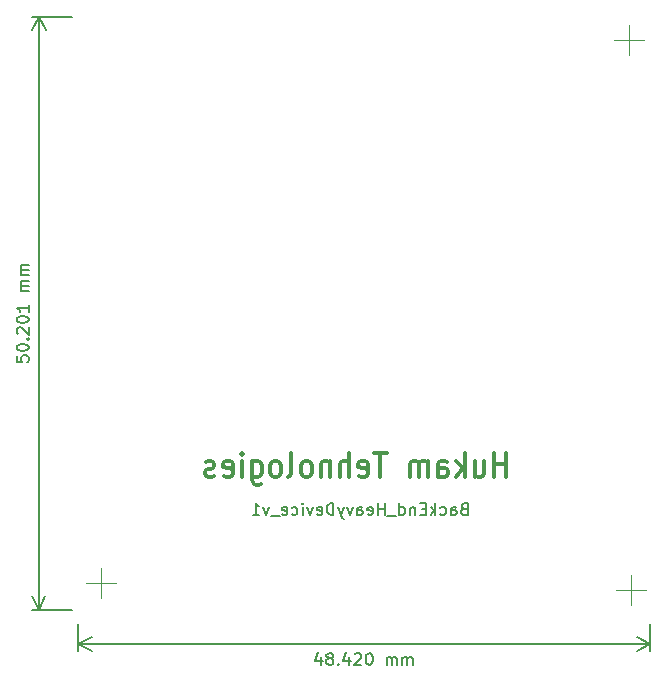
<source format=gbr>
G04 #@! TF.GenerationSoftware,KiCad,Pcbnew,5.1.6-c6e7f7d~87~ubuntu18.04.1*
G04 #@! TF.CreationDate,2020-10-10T14:26:16+05:30*
G04 #@! TF.ProjectId,BackEnd_HeavyDevice_v1,4261636b-456e-4645-9f48-656176794465,rev?*
G04 #@! TF.SameCoordinates,Original*
G04 #@! TF.FileFunction,OtherDrawing,Comment*
%FSLAX46Y46*%
G04 Gerber Fmt 4.6, Leading zero omitted, Abs format (unit mm)*
G04 Created by KiCad (PCBNEW 5.1.6-c6e7f7d~87~ubuntu18.04.1) date 2020-10-10 14:26:16*
%MOMM*%
%LPD*%
G01*
G04 APERTURE LIST*
%ADD10C,0.150000*%
%ADD11C,0.200000*%
%ADD12C,0.300000*%
%ADD13C,0.050000*%
G04 APERTURE END LIST*
D10*
X101065891Y-115319435D02*
X101065770Y-115795626D01*
X101541949Y-115843365D01*
X101494342Y-115795734D01*
X101446747Y-115700484D01*
X101446807Y-115462389D01*
X101494450Y-115367163D01*
X101542081Y-115319556D01*
X101637332Y-115271961D01*
X101875427Y-115272021D01*
X101970653Y-115319664D01*
X102018260Y-115367295D01*
X102065855Y-115462546D01*
X102065794Y-115700641D01*
X102018151Y-115795867D01*
X101970520Y-115843474D01*
X101066060Y-114652769D02*
X101066084Y-114557531D01*
X101113727Y-114462305D01*
X101161358Y-114414698D01*
X101256608Y-114367103D01*
X101447096Y-114319532D01*
X101685191Y-114319592D01*
X101875656Y-114367259D01*
X101970882Y-114414902D01*
X102018489Y-114462534D01*
X102066084Y-114557784D01*
X102066060Y-114653022D01*
X102018416Y-114748248D01*
X101970785Y-114795855D01*
X101875535Y-114843450D01*
X101685047Y-114891021D01*
X101446952Y-114890960D01*
X101256488Y-114843293D01*
X101161262Y-114795650D01*
X101113655Y-114748019D01*
X101066060Y-114652769D01*
X101971014Y-113891093D02*
X102018645Y-113843486D01*
X102066252Y-113891117D01*
X102018621Y-113938724D01*
X101971014Y-113891093D01*
X102066252Y-113891117D01*
X101161599Y-113462317D02*
X101113992Y-113414686D01*
X101066397Y-113319436D01*
X101066457Y-113081340D01*
X101114100Y-112986114D01*
X101161731Y-112938507D01*
X101256981Y-112890912D01*
X101352220Y-112890936D01*
X101495065Y-112938592D01*
X102066349Y-113510165D01*
X102066505Y-112891117D01*
X101066662Y-112271817D02*
X101066686Y-112176578D01*
X101114329Y-112081352D01*
X101161960Y-112033745D01*
X101257210Y-111986150D01*
X101447699Y-111938580D01*
X101685794Y-111938640D01*
X101876258Y-111986307D01*
X101971484Y-112033950D01*
X102019091Y-112081581D01*
X102066686Y-112176831D01*
X102066662Y-112272069D01*
X102019019Y-112367296D01*
X101971388Y-112414903D01*
X101876138Y-112462497D01*
X101685649Y-112510068D01*
X101447554Y-112510008D01*
X101257090Y-112462341D01*
X101161864Y-112414698D01*
X101114257Y-112367067D01*
X101066662Y-112271817D01*
X102066987Y-110986355D02*
X102066843Y-111557784D01*
X102066915Y-111272070D02*
X101066915Y-111271817D01*
X101209748Y-111367091D01*
X101304962Y-111462353D01*
X101352557Y-111557603D01*
X102067288Y-109795879D02*
X101400622Y-109795710D01*
X101495860Y-109795735D02*
X101448253Y-109748103D01*
X101400658Y-109652853D01*
X101400694Y-109509996D01*
X101448337Y-109414770D01*
X101543587Y-109367175D01*
X102067397Y-109367308D01*
X101543587Y-109367175D02*
X101448361Y-109319532D01*
X101400766Y-109224282D01*
X101400802Y-109081425D01*
X101448446Y-108986199D01*
X101543696Y-108938604D01*
X102067505Y-108938736D01*
X102067626Y-108462546D02*
X101400959Y-108462377D01*
X101496197Y-108462401D02*
X101448590Y-108414770D01*
X101400995Y-108319520D01*
X101401031Y-108176663D01*
X101448674Y-108081437D01*
X101543925Y-108033842D01*
X102067734Y-108033974D01*
X101543925Y-108033842D02*
X101448698Y-107986199D01*
X101401104Y-107890949D01*
X101401140Y-107748091D01*
X101448783Y-107652865D01*
X101544033Y-107605270D01*
X102067842Y-107605403D01*
X102908076Y-136801136D02*
X102920776Y-86600576D01*
X105768140Y-136801860D02*
X102321655Y-136800988D01*
X105780840Y-86601300D02*
X102334355Y-86600428D01*
X102920776Y-86600576D02*
X103506912Y-87727228D01*
X102920776Y-86600576D02*
X102334070Y-87726931D01*
X102908076Y-136801136D02*
X103494782Y-135674781D01*
X102908076Y-136801136D02*
X102321940Y-135674484D01*
X126810099Y-140803672D02*
X126809680Y-141470338D01*
X126572244Y-140422570D02*
X126333699Y-141136705D01*
X126952747Y-141137095D01*
X127476706Y-140899329D02*
X127381498Y-140851650D01*
X127333909Y-140804001D01*
X127286350Y-140708733D01*
X127286380Y-140661114D01*
X127334059Y-140565906D01*
X127381708Y-140518317D01*
X127476976Y-140470758D01*
X127667452Y-140470878D01*
X127762660Y-140518557D01*
X127810249Y-140566206D01*
X127857808Y-140661474D01*
X127857778Y-140709093D01*
X127810099Y-140804301D01*
X127762450Y-140851890D01*
X127667182Y-140899449D01*
X127476706Y-140899329D01*
X127381438Y-140946889D01*
X127333789Y-140994478D01*
X127286110Y-141089686D01*
X127285990Y-141280162D01*
X127333549Y-141375430D01*
X127381138Y-141423079D01*
X127476346Y-141470758D01*
X127666822Y-141470878D01*
X127762091Y-141423319D01*
X127809740Y-141375730D01*
X127857419Y-141280522D01*
X127857538Y-141090045D01*
X127809979Y-140994777D01*
X127762390Y-140947128D01*
X127667182Y-140899449D01*
X128285930Y-141376029D02*
X128333519Y-141423678D01*
X128285870Y-141471267D01*
X128238281Y-141423618D01*
X128285930Y-141376029D01*
X128285870Y-141471267D01*
X129191051Y-140805170D02*
X129190632Y-141471837D01*
X128953196Y-140424068D02*
X128714651Y-141138204D01*
X129333699Y-141138594D01*
X129667392Y-140567375D02*
X129715041Y-140519786D01*
X129810309Y-140472227D01*
X130048404Y-140472377D01*
X130143612Y-140520056D01*
X130191201Y-140567705D01*
X130238760Y-140662973D01*
X130238700Y-140758211D01*
X130190991Y-140901038D01*
X129619203Y-141472107D01*
X130238251Y-141472496D01*
X130857928Y-140472886D02*
X130953166Y-140472946D01*
X131048374Y-140520625D01*
X131095963Y-140568274D01*
X131143522Y-140663542D01*
X131191021Y-140854049D01*
X131190871Y-141092144D01*
X131143132Y-141282590D01*
X131095453Y-141377798D01*
X131047804Y-141425387D01*
X130952536Y-141472946D01*
X130857298Y-141472886D01*
X130762090Y-141425207D01*
X130714501Y-141377558D01*
X130666942Y-141282290D01*
X130619443Y-141091784D01*
X130619593Y-140853689D01*
X130667331Y-140663243D01*
X130715010Y-140568035D01*
X130762659Y-140520445D01*
X130857928Y-140472886D01*
X132381107Y-141473845D02*
X132381527Y-140807179D01*
X132381467Y-140902417D02*
X132429116Y-140854828D01*
X132524384Y-140807269D01*
X132667241Y-140807359D01*
X132762449Y-140855038D01*
X132810008Y-140950306D01*
X132809679Y-141474115D01*
X132810008Y-140950306D02*
X132857687Y-140855098D01*
X132952955Y-140807539D01*
X133095812Y-140807628D01*
X133191021Y-140855307D01*
X133238580Y-140950576D01*
X133238250Y-141474385D01*
X133714440Y-141474685D02*
X133714860Y-140808018D01*
X133714800Y-140903256D02*
X133762449Y-140855667D01*
X133857717Y-140808108D01*
X134000574Y-140808198D01*
X134095782Y-140855877D01*
X134143341Y-140951145D01*
X134143012Y-141474954D01*
X134143341Y-140951145D02*
X134191020Y-140855937D01*
X134286288Y-140808378D01*
X134429146Y-140808468D01*
X134524354Y-140856147D01*
X134571913Y-140951415D01*
X134571583Y-141475224D01*
X106267439Y-139705026D02*
X154687459Y-139735506D01*
X106268520Y-137988040D02*
X106267070Y-140291446D01*
X154688540Y-138018520D02*
X154687090Y-140321926D01*
X154687459Y-139735506D02*
X153560586Y-140321217D01*
X154687459Y-139735506D02*
X153561325Y-139148376D01*
X106267439Y-139705026D02*
X107393573Y-140292156D01*
X106267439Y-139705026D02*
X107394312Y-139119315D01*
D11*
X138929284Y-128254451D02*
X138786427Y-128302070D01*
X138738808Y-128349689D01*
X138691189Y-128444927D01*
X138691189Y-128587784D01*
X138738808Y-128683022D01*
X138786427Y-128730641D01*
X138881665Y-128778260D01*
X139262618Y-128778260D01*
X139262618Y-127778260D01*
X138929284Y-127778260D01*
X138834046Y-127825880D01*
X138786427Y-127873499D01*
X138738808Y-127968737D01*
X138738808Y-128063975D01*
X138786427Y-128159213D01*
X138834046Y-128206832D01*
X138929284Y-128254451D01*
X139262618Y-128254451D01*
X137834046Y-128778260D02*
X137834046Y-128254451D01*
X137881665Y-128159213D01*
X137976903Y-128111594D01*
X138167380Y-128111594D01*
X138262618Y-128159213D01*
X137834046Y-128730641D02*
X137929284Y-128778260D01*
X138167380Y-128778260D01*
X138262618Y-128730641D01*
X138310237Y-128635403D01*
X138310237Y-128540165D01*
X138262618Y-128444927D01*
X138167380Y-128397308D01*
X137929284Y-128397308D01*
X137834046Y-128349689D01*
X136929284Y-128730641D02*
X137024522Y-128778260D01*
X137214999Y-128778260D01*
X137310237Y-128730641D01*
X137357856Y-128683022D01*
X137405475Y-128587784D01*
X137405475Y-128302070D01*
X137357856Y-128206832D01*
X137310237Y-128159213D01*
X137214999Y-128111594D01*
X137024522Y-128111594D01*
X136929284Y-128159213D01*
X136500713Y-128778260D02*
X136500713Y-127778260D01*
X136405475Y-128397308D02*
X136119760Y-128778260D01*
X136119760Y-128111594D02*
X136500713Y-128492546D01*
X135691189Y-128254451D02*
X135357856Y-128254451D01*
X135214999Y-128778260D02*
X135691189Y-128778260D01*
X135691189Y-127778260D01*
X135214999Y-127778260D01*
X134786427Y-128111594D02*
X134786427Y-128778260D01*
X134786427Y-128206832D02*
X134738808Y-128159213D01*
X134643570Y-128111594D01*
X134500713Y-128111594D01*
X134405475Y-128159213D01*
X134357856Y-128254451D01*
X134357856Y-128778260D01*
X133453094Y-128778260D02*
X133453094Y-127778260D01*
X133453094Y-128730641D02*
X133548332Y-128778260D01*
X133738808Y-128778260D01*
X133834046Y-128730641D01*
X133881665Y-128683022D01*
X133929284Y-128587784D01*
X133929284Y-128302070D01*
X133881665Y-128206832D01*
X133834046Y-128159213D01*
X133738808Y-128111594D01*
X133548332Y-128111594D01*
X133453094Y-128159213D01*
X133214999Y-128873499D02*
X132453094Y-128873499D01*
X132214999Y-128778260D02*
X132214999Y-127778260D01*
X132214999Y-128254451D02*
X131643570Y-128254451D01*
X131643570Y-128778260D02*
X131643570Y-127778260D01*
X130786427Y-128730641D02*
X130881665Y-128778260D01*
X131072141Y-128778260D01*
X131167380Y-128730641D01*
X131214999Y-128635403D01*
X131214999Y-128254451D01*
X131167380Y-128159213D01*
X131072141Y-128111594D01*
X130881665Y-128111594D01*
X130786427Y-128159213D01*
X130738808Y-128254451D01*
X130738808Y-128349689D01*
X131214999Y-128444927D01*
X129881665Y-128778260D02*
X129881665Y-128254451D01*
X129929284Y-128159213D01*
X130024522Y-128111594D01*
X130214999Y-128111594D01*
X130310237Y-128159213D01*
X129881665Y-128730641D02*
X129976903Y-128778260D01*
X130214999Y-128778260D01*
X130310237Y-128730641D01*
X130357856Y-128635403D01*
X130357856Y-128540165D01*
X130310237Y-128444927D01*
X130214999Y-128397308D01*
X129976903Y-128397308D01*
X129881665Y-128349689D01*
X129500713Y-128111594D02*
X129262618Y-128778260D01*
X129024522Y-128111594D01*
X128738808Y-128111594D02*
X128500713Y-128778260D01*
X128262618Y-128111594D02*
X128500713Y-128778260D01*
X128595951Y-129016356D01*
X128643570Y-129063975D01*
X128738808Y-129111594D01*
X127881665Y-128778260D02*
X127881665Y-127778260D01*
X127643570Y-127778260D01*
X127500713Y-127825880D01*
X127405475Y-127921118D01*
X127357856Y-128016356D01*
X127310237Y-128206832D01*
X127310237Y-128349689D01*
X127357856Y-128540165D01*
X127405475Y-128635403D01*
X127500713Y-128730641D01*
X127643570Y-128778260D01*
X127881665Y-128778260D01*
X126500713Y-128730641D02*
X126595951Y-128778260D01*
X126786427Y-128778260D01*
X126881665Y-128730641D01*
X126929284Y-128635403D01*
X126929284Y-128254451D01*
X126881665Y-128159213D01*
X126786427Y-128111594D01*
X126595951Y-128111594D01*
X126500713Y-128159213D01*
X126453094Y-128254451D01*
X126453094Y-128349689D01*
X126929284Y-128444927D01*
X126119760Y-128111594D02*
X125881665Y-128778260D01*
X125643570Y-128111594D01*
X125262618Y-128778260D02*
X125262618Y-128111594D01*
X125262618Y-127778260D02*
X125310237Y-127825880D01*
X125262618Y-127873499D01*
X125214999Y-127825880D01*
X125262618Y-127778260D01*
X125262618Y-127873499D01*
X124357856Y-128730641D02*
X124453094Y-128778260D01*
X124643570Y-128778260D01*
X124738808Y-128730641D01*
X124786427Y-128683022D01*
X124834046Y-128587784D01*
X124834046Y-128302070D01*
X124786427Y-128206832D01*
X124738808Y-128159213D01*
X124643570Y-128111594D01*
X124453094Y-128111594D01*
X124357856Y-128159213D01*
X123548332Y-128730641D02*
X123643570Y-128778260D01*
X123834046Y-128778260D01*
X123929284Y-128730641D01*
X123976903Y-128635403D01*
X123976903Y-128254451D01*
X123929284Y-128159213D01*
X123834046Y-128111594D01*
X123643570Y-128111594D01*
X123548332Y-128159213D01*
X123500713Y-128254451D01*
X123500713Y-128349689D01*
X123976903Y-128444927D01*
X123310237Y-128873499D02*
X122548332Y-128873499D01*
X122405475Y-128111594D02*
X122167380Y-128778260D01*
X121929284Y-128111594D01*
X121024522Y-128778260D02*
X121595951Y-128778260D01*
X121310237Y-128778260D02*
X121310237Y-127778260D01*
X121405475Y-127921118D01*
X121500713Y-128016356D01*
X121595951Y-128063975D01*
D12*
X142489874Y-125550181D02*
X142489874Y-123550181D01*
X142489874Y-124502562D02*
X141461302Y-124502562D01*
X141461302Y-125550181D02*
X141461302Y-123550181D01*
X139832731Y-124216848D02*
X139832731Y-125550181D01*
X140604160Y-124216848D02*
X140604160Y-125264467D01*
X140518445Y-125454943D01*
X140347017Y-125550181D01*
X140089874Y-125550181D01*
X139918445Y-125454943D01*
X139832731Y-125359705D01*
X138975588Y-125550181D02*
X138975588Y-123550181D01*
X138804160Y-124788277D02*
X138289874Y-125550181D01*
X138289874Y-124216848D02*
X138975588Y-124978753D01*
X136747017Y-125550181D02*
X136747017Y-124502562D01*
X136832731Y-124312086D01*
X137004160Y-124216848D01*
X137347017Y-124216848D01*
X137518445Y-124312086D01*
X136747017Y-125454943D02*
X136918445Y-125550181D01*
X137347017Y-125550181D01*
X137518445Y-125454943D01*
X137604160Y-125264467D01*
X137604160Y-125073991D01*
X137518445Y-124883515D01*
X137347017Y-124788277D01*
X136918445Y-124788277D01*
X136747017Y-124693039D01*
X135889874Y-125550181D02*
X135889874Y-124216848D01*
X135889874Y-124407324D02*
X135804160Y-124312086D01*
X135632731Y-124216848D01*
X135375588Y-124216848D01*
X135204160Y-124312086D01*
X135118445Y-124502562D01*
X135118445Y-125550181D01*
X135118445Y-124502562D02*
X135032731Y-124312086D01*
X134861302Y-124216848D01*
X134604160Y-124216848D01*
X134432731Y-124312086D01*
X134347017Y-124502562D01*
X134347017Y-125550181D01*
X132375588Y-123550181D02*
X131347017Y-123550181D01*
X131861302Y-125550181D02*
X131861302Y-123550181D01*
X130061302Y-125454943D02*
X130232731Y-125550181D01*
X130575588Y-125550181D01*
X130747017Y-125454943D01*
X130832731Y-125264467D01*
X130832731Y-124502562D01*
X130747017Y-124312086D01*
X130575588Y-124216848D01*
X130232731Y-124216848D01*
X130061302Y-124312086D01*
X129975588Y-124502562D01*
X129975588Y-124693039D01*
X130832731Y-124883515D01*
X129204160Y-125550181D02*
X129204160Y-123550181D01*
X128432731Y-125550181D02*
X128432731Y-124502562D01*
X128518445Y-124312086D01*
X128689874Y-124216848D01*
X128947017Y-124216848D01*
X129118445Y-124312086D01*
X129204160Y-124407324D01*
X127575588Y-124216848D02*
X127575588Y-125550181D01*
X127575588Y-124407324D02*
X127489874Y-124312086D01*
X127318445Y-124216848D01*
X127061302Y-124216848D01*
X126889874Y-124312086D01*
X126804160Y-124502562D01*
X126804160Y-125550181D01*
X125689874Y-125550181D02*
X125861302Y-125454943D01*
X125947017Y-125359705D01*
X126032731Y-125169229D01*
X126032731Y-124597800D01*
X125947017Y-124407324D01*
X125861302Y-124312086D01*
X125689874Y-124216848D01*
X125432731Y-124216848D01*
X125261302Y-124312086D01*
X125175588Y-124407324D01*
X125089874Y-124597800D01*
X125089874Y-125169229D01*
X125175588Y-125359705D01*
X125261302Y-125454943D01*
X125432731Y-125550181D01*
X125689874Y-125550181D01*
X124061302Y-125550181D02*
X124232731Y-125454943D01*
X124318445Y-125264467D01*
X124318445Y-123550181D01*
X123118445Y-125550181D02*
X123289874Y-125454943D01*
X123375588Y-125359705D01*
X123461302Y-125169229D01*
X123461302Y-124597800D01*
X123375588Y-124407324D01*
X123289874Y-124312086D01*
X123118445Y-124216848D01*
X122861302Y-124216848D01*
X122689874Y-124312086D01*
X122604160Y-124407324D01*
X122518445Y-124597800D01*
X122518445Y-125169229D01*
X122604160Y-125359705D01*
X122689874Y-125454943D01*
X122861302Y-125550181D01*
X123118445Y-125550181D01*
X120975588Y-124216848D02*
X120975588Y-125835896D01*
X121061302Y-126026372D01*
X121147017Y-126121610D01*
X121318445Y-126216848D01*
X121575588Y-126216848D01*
X121747017Y-126121610D01*
X120975588Y-125454943D02*
X121147017Y-125550181D01*
X121489874Y-125550181D01*
X121661302Y-125454943D01*
X121747017Y-125359705D01*
X121832731Y-125169229D01*
X121832731Y-124597800D01*
X121747017Y-124407324D01*
X121661302Y-124312086D01*
X121489874Y-124216848D01*
X121147017Y-124216848D01*
X120975588Y-124312086D01*
X120118445Y-125550181D02*
X120118445Y-124216848D01*
X120118445Y-123550181D02*
X120204160Y-123645420D01*
X120118445Y-123740658D01*
X120032731Y-123645420D01*
X120118445Y-123550181D01*
X120118445Y-123740658D01*
X118575588Y-125454943D02*
X118747017Y-125550181D01*
X119089874Y-125550181D01*
X119261302Y-125454943D01*
X119347017Y-125264467D01*
X119347017Y-124502562D01*
X119261302Y-124312086D01*
X119089874Y-124216848D01*
X118747017Y-124216848D01*
X118575588Y-124312086D01*
X118489874Y-124502562D01*
X118489874Y-124693039D01*
X119347017Y-124883515D01*
X117804160Y-125454943D02*
X117632731Y-125550181D01*
X117289874Y-125550181D01*
X117118445Y-125454943D01*
X117032731Y-125264467D01*
X117032731Y-125169229D01*
X117118445Y-124978753D01*
X117289874Y-124883515D01*
X117547017Y-124883515D01*
X117718445Y-124788277D01*
X117804160Y-124597800D01*
X117804160Y-124502562D01*
X117718445Y-124312086D01*
X117547017Y-124216848D01*
X117289874Y-124216848D01*
X117118445Y-124312086D01*
D13*
X153101000Y-136426000D02*
X153101000Y-133886000D01*
X151831000Y-135156000D02*
X154371000Y-135156000D01*
X106952000Y-134567000D02*
X109492000Y-134567000D01*
X108222000Y-135837000D02*
X108222000Y-133297000D01*
X152916000Y-89847400D02*
X152916000Y-87307400D01*
X151646000Y-88577400D02*
X154186000Y-88577400D01*
M02*

</source>
